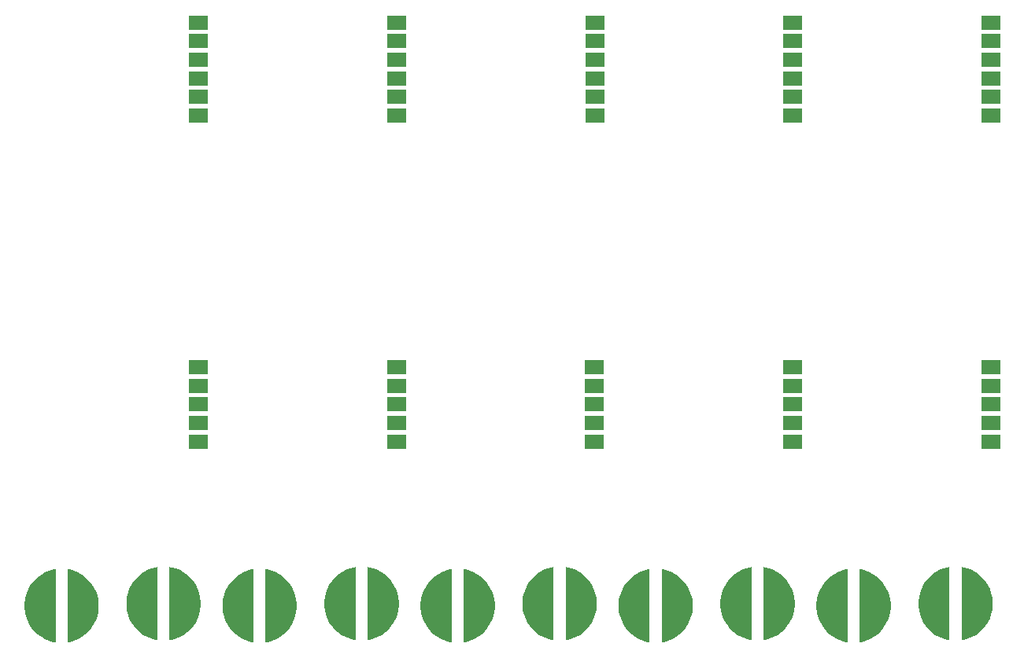
<source format=gtp>
G04*
G04 #@! TF.GenerationSoftware,Altium Limited,Altium Designer,19.1.8 (144)*
G04*
G04 Layer_Color=8421504*
%FSAX25Y25*%
%MOIN*%
G70*
G01*
G75*
%ADD11R,0.07874X0.05906*%
G36*
X0441582Y0074129D02*
X0443359Y0073617D01*
X0445064Y0072900D01*
X0446673Y0071989D01*
X0448165Y0070896D01*
X0449518Y0069636D01*
X0450715Y0068226D01*
X0451739Y0066686D01*
X0452575Y0065036D01*
X0453212Y0063300D01*
X0453642Y0061502D01*
X0453859Y0059665D01*
Y0058740D01*
X0453859Y0057816D01*
X0453642Y0055979D01*
X0453212Y0054180D01*
X0452575Y0052444D01*
X0451739Y0050795D01*
X0450715Y0049255D01*
X0449518Y0047845D01*
X0448165Y0046584D01*
X0446673Y0045491D01*
X0445064Y0044580D01*
X0443359Y0043864D01*
X0441582Y0043352D01*
X0440669Y0043202D01*
X0440669Y0043202D01*
Y0074279D01*
X0441582Y0074129D01*
D02*
G37*
G36*
X0357724D02*
X0359501Y0073617D01*
X0361206Y0072900D01*
X0362815Y0071989D01*
X0364307Y0070896D01*
X0365660Y0069636D01*
X0366857Y0068226D01*
X0367880Y0066686D01*
X0368717Y0065036D01*
X0369354Y0063300D01*
X0369784Y0061502D01*
X0370000Y0059665D01*
Y0058740D01*
X0370000Y0057816D01*
X0369784Y0055979D01*
X0369354Y0054180D01*
X0368717Y0052444D01*
X0367880Y0050795D01*
X0366857Y0049255D01*
X0365660Y0047845D01*
X0364307Y0046584D01*
X0362815Y0045491D01*
X0361206Y0044580D01*
X0359501Y0043864D01*
X0357724Y0043352D01*
X0356811Y0043202D01*
X0356811Y0043202D01*
Y0074279D01*
X0357724Y0074129D01*
D02*
G37*
G36*
X0273865D02*
X0275642Y0073617D01*
X0277347Y0072900D01*
X0278957Y0071989D01*
X0280448Y0070896D01*
X0281802Y0069636D01*
X0282999Y0068226D01*
X0284022Y0066686D01*
X0284858Y0065036D01*
X0285496Y0063300D01*
X0285926Y0061502D01*
X0286142Y0059665D01*
Y0058740D01*
X0286142Y0057816D01*
X0285926Y0055979D01*
X0285496Y0054180D01*
X0284858Y0052444D01*
X0284022Y0050795D01*
X0282999Y0049255D01*
X0281802Y0047845D01*
X0280448Y0046584D01*
X0278957Y0045491D01*
X0277347Y0044580D01*
X0275642Y0043864D01*
X0273865Y0043352D01*
X0272953Y0043202D01*
X0272953Y0043202D01*
Y0074279D01*
X0273865Y0074129D01*
D02*
G37*
G36*
X0190007D02*
X0191784Y0073617D01*
X0193489Y0072900D01*
X0195098Y0071989D01*
X0196590Y0070896D01*
X0197943Y0069636D01*
X0199140Y0068226D01*
X0200164Y0066686D01*
X0201000Y0065036D01*
X0201637Y0063300D01*
X0202067Y0061502D01*
X0202284Y0059665D01*
Y0058740D01*
X0202284Y0057816D01*
X0202067Y0055979D01*
X0201637Y0054180D01*
X0201000Y0052444D01*
X0200164Y0050795D01*
X0199140Y0049255D01*
X0197944Y0047845D01*
X0196590Y0046584D01*
X0195098Y0045491D01*
X0193489Y0044580D01*
X0191784Y0043864D01*
X0190007Y0043352D01*
X0189095Y0043202D01*
X0189095Y0043202D01*
Y0074279D01*
X0190007Y0074129D01*
D02*
G37*
G36*
X0106149D02*
X0107926Y0073617D01*
X0109631Y0072900D01*
X0111240Y0071989D01*
X0112732Y0070896D01*
X0114085Y0069636D01*
X0115282Y0068226D01*
X0116305Y0066686D01*
X0117142Y0065036D01*
X0117779Y0063300D01*
X0118209Y0061502D01*
X0118425Y0059665D01*
Y0058740D01*
X0118425Y0057816D01*
X0118209Y0055979D01*
X0117779Y0054180D01*
X0117142Y0052444D01*
X0116305Y0050795D01*
X0115282Y0049255D01*
X0114085Y0047845D01*
X0112732Y0046584D01*
X0111240Y0045491D01*
X0109631Y0044580D01*
X0107926Y0043864D01*
X0106149Y0043352D01*
X0105236Y0043202D01*
X0105236Y0043202D01*
Y0074279D01*
X0106149Y0074129D01*
D02*
G37*
G36*
X0435551Y0043201D02*
X0434639Y0043352D01*
X0432862Y0043864D01*
X0431157Y0044580D01*
X0429548Y0045491D01*
X0428056Y0046584D01*
X0426702Y0047844D01*
X0425506Y0049254D01*
X0424482Y0050795D01*
X0423646Y0052444D01*
X0423009Y0054180D01*
X0422579Y0055979D01*
X0422362Y0057815D01*
Y0058740D01*
Y0058740D01*
X0422362Y0059665D01*
X0422579Y0061501D01*
X0423009Y0063300D01*
X0423646Y0065036D01*
X0424482Y0066686D01*
X0425506Y0068226D01*
X0426702Y0069636D01*
X0428056Y0070896D01*
X0429548Y0071989D01*
X0431157Y0072900D01*
X0432862Y0073617D01*
X0434639Y0074129D01*
X0435551Y0074279D01*
X0435551Y0074279D01*
X0435551Y0043201D01*
D02*
G37*
G36*
X0351693D02*
X0350781Y0043352D01*
X0349004Y0043864D01*
X0347299Y0044580D01*
X0345689Y0045491D01*
X0344198Y0046584D01*
X0342844Y0047844D01*
X0341648Y0049254D01*
X0340624Y0050795D01*
X0339788Y0052444D01*
X0339150Y0054180D01*
X0338720Y0055979D01*
X0338504Y0057815D01*
Y0058740D01*
Y0058740D01*
X0338504Y0059665D01*
X0338720Y0061501D01*
X0339150Y0063300D01*
X0339788Y0065036D01*
X0340624Y0066686D01*
X0341647Y0068226D01*
X0342844Y0069636D01*
X0344198Y0070896D01*
X0345689Y0071989D01*
X0347299Y0072900D01*
X0349004Y0073617D01*
X0350781Y0074129D01*
X0351693Y0074279D01*
X0351693Y0074279D01*
X0351693Y0043201D01*
D02*
G37*
G36*
X0267835D02*
X0266922Y0043352D01*
X0265145Y0043864D01*
X0263440Y0044580D01*
X0261831Y0045491D01*
X0260339Y0046584D01*
X0258986Y0047844D01*
X0257789Y0049254D01*
X0256766Y0050795D01*
X0255929Y0052444D01*
X0255292Y0054180D01*
X0254862Y0055979D01*
X0254646Y0057815D01*
Y0058740D01*
Y0058740D01*
X0254646Y0059665D01*
X0254862Y0061501D01*
X0255292Y0063300D01*
X0255929Y0065036D01*
X0256766Y0066686D01*
X0257789Y0068226D01*
X0258986Y0069636D01*
X0260339Y0070896D01*
X0261831Y0071989D01*
X0263440Y0072900D01*
X0265145Y0073617D01*
X0266922Y0074129D01*
X0267835Y0074279D01*
X0267835Y0074279D01*
X0267835Y0043201D01*
D02*
G37*
G36*
X0183976D02*
X0183064Y0043352D01*
X0181287Y0043864D01*
X0179582Y0044580D01*
X0177973Y0045491D01*
X0176481Y0046584D01*
X0175128Y0047844D01*
X0173931Y0049254D01*
X0172907Y0050795D01*
X0172071Y0052444D01*
X0171434Y0054180D01*
X0171004Y0055979D01*
X0170787Y0057815D01*
Y0058740D01*
Y0058740D01*
X0170787Y0059665D01*
X0171004Y0061501D01*
X0171434Y0063300D01*
X0172071Y0065036D01*
X0172907Y0066686D01*
X0173931Y0068226D01*
X0175128Y0069636D01*
X0176481Y0070896D01*
X0177973Y0071989D01*
X0179582Y0072900D01*
X0181287Y0073617D01*
X0183064Y0074129D01*
X0183976Y0074279D01*
X0183976Y0074279D01*
X0183976Y0043201D01*
D02*
G37*
G36*
X0100118D02*
X0099206Y0043352D01*
X0097429Y0043864D01*
X0095724Y0044580D01*
X0094115Y0045491D01*
X0092623Y0046584D01*
X0091269Y0047844D01*
X0090073Y0049254D01*
X0089049Y0050795D01*
X0088213Y0052444D01*
X0087575Y0054180D01*
X0087146Y0055979D01*
X0086929Y0057815D01*
Y0058740D01*
Y0058740D01*
X0086929Y0059665D01*
X0087146Y0061501D01*
X0087575Y0063300D01*
X0088213Y0065036D01*
X0089049Y0066686D01*
X0090073Y0068226D01*
X0091269Y0069636D01*
X0092623Y0070896D01*
X0094115Y0071989D01*
X0095724Y0072900D01*
X0097429Y0073617D01*
X0099206Y0074129D01*
X0100118Y0074279D01*
X0100118Y0074279D01*
X0100118Y0043201D01*
D02*
G37*
G36*
X0398393Y0073263D02*
X0400170Y0072751D01*
X0401875Y0072034D01*
X0403484Y0071123D01*
X0404976Y0070030D01*
X0406329Y0068770D01*
X0407526Y0067360D01*
X0408550Y0065820D01*
X0409386Y0064170D01*
X0410023Y0062434D01*
X0410453Y0060636D01*
X0410670Y0058799D01*
Y0057874D01*
X0410670Y0056950D01*
X0410453Y0055113D01*
X0410023Y0053314D01*
X0409386Y0051578D01*
X0408550Y0049929D01*
X0407526Y0048388D01*
X0406329Y0046978D01*
X0404976Y0045718D01*
X0403484Y0044625D01*
X0401875Y0043714D01*
X0400170Y0042998D01*
X0398393Y0042486D01*
X0397481Y0042335D01*
X0397481Y0042335D01*
Y0073413D01*
X0398393Y0073263D01*
D02*
G37*
G36*
X0314535D02*
X0316312Y0072751D01*
X0318017Y0072034D01*
X0319626Y0071123D01*
X0321118Y0070030D01*
X0322471Y0068770D01*
X0323668Y0067360D01*
X0324691Y0065820D01*
X0325528Y0064170D01*
X0326165Y0062434D01*
X0326595Y0060636D01*
X0326811Y0058799D01*
Y0057874D01*
X0326811Y0056950D01*
X0326595Y0055113D01*
X0326165Y0053314D01*
X0325528Y0051578D01*
X0324691Y0049929D01*
X0323668Y0048388D01*
X0322471Y0046978D01*
X0321118Y0045718D01*
X0319626Y0044625D01*
X0318017Y0043714D01*
X0316312Y0042998D01*
X0314535Y0042486D01*
X0313622Y0042335D01*
X0313622Y0042335D01*
Y0073413D01*
X0314535Y0073263D01*
D02*
G37*
G36*
X0230676D02*
X0232453Y0072751D01*
X0234158Y0072034D01*
X0235768Y0071123D01*
X0237259Y0070030D01*
X0238613Y0068770D01*
X0239810Y0067360D01*
X0240833Y0065820D01*
X0241669Y0064170D01*
X0242307Y0062434D01*
X0242737Y0060636D01*
X0242953Y0058799D01*
Y0057874D01*
X0242953Y0056950D01*
X0242737Y0055113D01*
X0242307Y0053314D01*
X0241669Y0051578D01*
X0240833Y0049929D01*
X0239810Y0048388D01*
X0238613Y0046978D01*
X0237259Y0045718D01*
X0235768Y0044625D01*
X0234158Y0043714D01*
X0232453Y0042998D01*
X0230676Y0042486D01*
X0229764Y0042335D01*
X0229764Y0042335D01*
Y0073413D01*
X0230676Y0073263D01*
D02*
G37*
G36*
X0146818D02*
X0148595Y0072751D01*
X0150300Y0072034D01*
X0151909Y0071123D01*
X0153401Y0070030D01*
X0154754Y0068770D01*
X0155951Y0067360D01*
X0156975Y0065820D01*
X0157811Y0064170D01*
X0158448Y0062434D01*
X0158878Y0060636D01*
X0159095Y0058799D01*
Y0057874D01*
X0159095Y0056950D01*
X0158878Y0055113D01*
X0158449Y0053314D01*
X0157811Y0051578D01*
X0156975Y0049929D01*
X0155951Y0048388D01*
X0154755Y0046978D01*
X0153401Y0045718D01*
X0151909Y0044625D01*
X0150300Y0043714D01*
X0148595Y0042998D01*
X0146818Y0042486D01*
X0145906Y0042335D01*
X0145906Y0042335D01*
Y0073413D01*
X0146818Y0073263D01*
D02*
G37*
G36*
X0062960D02*
X0064737Y0072751D01*
X0066442Y0072034D01*
X0068051Y0071123D01*
X0069543Y0070030D01*
X0070896Y0068770D01*
X0072093Y0067360D01*
X0073116Y0065820D01*
X0073953Y0064170D01*
X0074590Y0062434D01*
X0075020Y0060636D01*
X0075236Y0058799D01*
Y0057874D01*
X0075236Y0056950D01*
X0075020Y0055113D01*
X0074590Y0053314D01*
X0073953Y0051578D01*
X0073116Y0049929D01*
X0072093Y0048388D01*
X0070896Y0046978D01*
X0069543Y0045718D01*
X0068051Y0044625D01*
X0066442Y0043714D01*
X0064737Y0042998D01*
X0062960Y0042486D01*
X0062047Y0042335D01*
X0062047Y0042335D01*
Y0073413D01*
X0062960Y0073263D01*
D02*
G37*
G36*
X0392362Y0042335D02*
X0391450Y0042486D01*
X0389673Y0042998D01*
X0387968Y0043714D01*
X0386359Y0044625D01*
X0384867Y0045718D01*
X0383513Y0046978D01*
X0382317Y0048388D01*
X0381293Y0049929D01*
X0380457Y0051578D01*
X0379820Y0053314D01*
X0379390Y0055113D01*
X0379173Y0056949D01*
Y0057874D01*
Y0057874D01*
X0379173Y0058799D01*
X0379390Y0060635D01*
X0379820Y0062434D01*
X0380457Y0064170D01*
X0381293Y0065819D01*
X0382317Y0067360D01*
X0383513Y0068770D01*
X0384867Y0070030D01*
X0386359Y0071123D01*
X0387968Y0072034D01*
X0389673Y0072751D01*
X0391450Y0073263D01*
X0392362Y0073413D01*
X0392362Y0073413D01*
X0392362Y0042335D01*
D02*
G37*
G36*
X0308504D02*
X0307592Y0042486D01*
X0305815Y0042998D01*
X0304110Y0043714D01*
X0302500Y0044625D01*
X0301009Y0045718D01*
X0299655Y0046978D01*
X0298459Y0048388D01*
X0297435Y0049929D01*
X0296599Y0051578D01*
X0295961Y0053314D01*
X0295532Y0055113D01*
X0295315Y0056949D01*
Y0057874D01*
Y0057874D01*
X0295315Y0058799D01*
X0295532Y0060635D01*
X0295961Y0062434D01*
X0296599Y0064170D01*
X0297435Y0065819D01*
X0298459Y0067360D01*
X0299655Y0068770D01*
X0301009Y0070030D01*
X0302500Y0071123D01*
X0304110Y0072034D01*
X0305815Y0072751D01*
X0307592Y0073263D01*
X0308504Y0073413D01*
X0308504Y0073413D01*
X0308504Y0042335D01*
D02*
G37*
G36*
X0224646D02*
X0223733Y0042486D01*
X0221956Y0042998D01*
X0220251Y0043714D01*
X0218642Y0044625D01*
X0217150Y0045718D01*
X0215797Y0046978D01*
X0214600Y0048388D01*
X0213577Y0049929D01*
X0212740Y0051578D01*
X0212103Y0053314D01*
X0211673Y0055113D01*
X0211457Y0056949D01*
Y0057874D01*
Y0057874D01*
X0211457Y0058799D01*
X0211673Y0060635D01*
X0212103Y0062434D01*
X0212740Y0064170D01*
X0213577Y0065819D01*
X0214600Y0067360D01*
X0215797Y0068770D01*
X0217150Y0070030D01*
X0218642Y0071123D01*
X0220251Y0072034D01*
X0221956Y0072751D01*
X0223733Y0073263D01*
X0224646Y0073413D01*
X0224646Y0073413D01*
X0224646Y0042335D01*
D02*
G37*
G36*
X0140787D02*
X0139875Y0042486D01*
X0138098Y0042998D01*
X0136393Y0043714D01*
X0134784Y0044625D01*
X0133292Y0045718D01*
X0131939Y0046978D01*
X0130742Y0048388D01*
X0129718Y0049929D01*
X0128882Y0051578D01*
X0128245Y0053314D01*
X0127815Y0055113D01*
X0127598Y0056949D01*
Y0057874D01*
Y0057874D01*
X0127598Y0058799D01*
X0127815Y0060635D01*
X0128245Y0062434D01*
X0128882Y0064170D01*
X0129718Y0065819D01*
X0130742Y0067360D01*
X0131939Y0068770D01*
X0133292Y0070030D01*
X0134784Y0071123D01*
X0136393Y0072034D01*
X0138098Y0072751D01*
X0139875Y0073263D01*
X0140787Y0073413D01*
X0140787Y0073413D01*
X0140787Y0042335D01*
D02*
G37*
G36*
X0056929D02*
X0056017Y0042486D01*
X0054240Y0042998D01*
X0052535Y0043714D01*
X0050925Y0044625D01*
X0049434Y0045718D01*
X0048080Y0046978D01*
X0046884Y0048388D01*
X0045860Y0049929D01*
X0045024Y0051578D01*
X0044387Y0053314D01*
X0043957Y0055113D01*
X0043740Y0056949D01*
Y0057874D01*
Y0057874D01*
X0043740Y0058799D01*
X0043957Y0060635D01*
X0044386Y0062434D01*
X0045024Y0064170D01*
X0045860Y0065819D01*
X0046884Y0067360D01*
X0048080Y0068770D01*
X0049434Y0070030D01*
X0050925Y0071123D01*
X0052535Y0072034D01*
X0054240Y0072751D01*
X0056017Y0073263D01*
X0056929Y0073413D01*
X0056929Y0073413D01*
X0056929Y0042335D01*
D02*
G37*
D11*
X0117492Y0158957D02*
D03*
Y0151083D02*
D03*
Y0143209D02*
D03*
Y0127461D02*
D03*
Y0135335D02*
D03*
X0117559Y0281496D02*
D03*
Y0265748D02*
D03*
Y0273622D02*
D03*
Y0289370D02*
D03*
Y0297244D02*
D03*
Y0305118D02*
D03*
X0201350Y0158957D02*
D03*
Y0151083D02*
D03*
Y0143209D02*
D03*
Y0127461D02*
D03*
Y0135335D02*
D03*
X0201417Y0281496D02*
D03*
Y0265748D02*
D03*
Y0273622D02*
D03*
Y0289370D02*
D03*
Y0297244D02*
D03*
Y0305118D02*
D03*
X0285208Y0158957D02*
D03*
Y0151083D02*
D03*
Y0143209D02*
D03*
Y0127461D02*
D03*
Y0135335D02*
D03*
X0285276Y0281496D02*
D03*
Y0265748D02*
D03*
Y0273622D02*
D03*
Y0289370D02*
D03*
Y0297244D02*
D03*
Y0305118D02*
D03*
X0369067Y0158957D02*
D03*
Y0151083D02*
D03*
Y0143209D02*
D03*
Y0127461D02*
D03*
Y0135335D02*
D03*
X0369134Y0281496D02*
D03*
Y0265748D02*
D03*
Y0273622D02*
D03*
Y0289370D02*
D03*
Y0297244D02*
D03*
Y0305118D02*
D03*
X0452925Y0158957D02*
D03*
Y0151083D02*
D03*
Y0143209D02*
D03*
Y0127461D02*
D03*
Y0135335D02*
D03*
X0452992Y0281496D02*
D03*
Y0265748D02*
D03*
Y0273622D02*
D03*
Y0289370D02*
D03*
Y0297244D02*
D03*
Y0305118D02*
D03*
M02*

</source>
